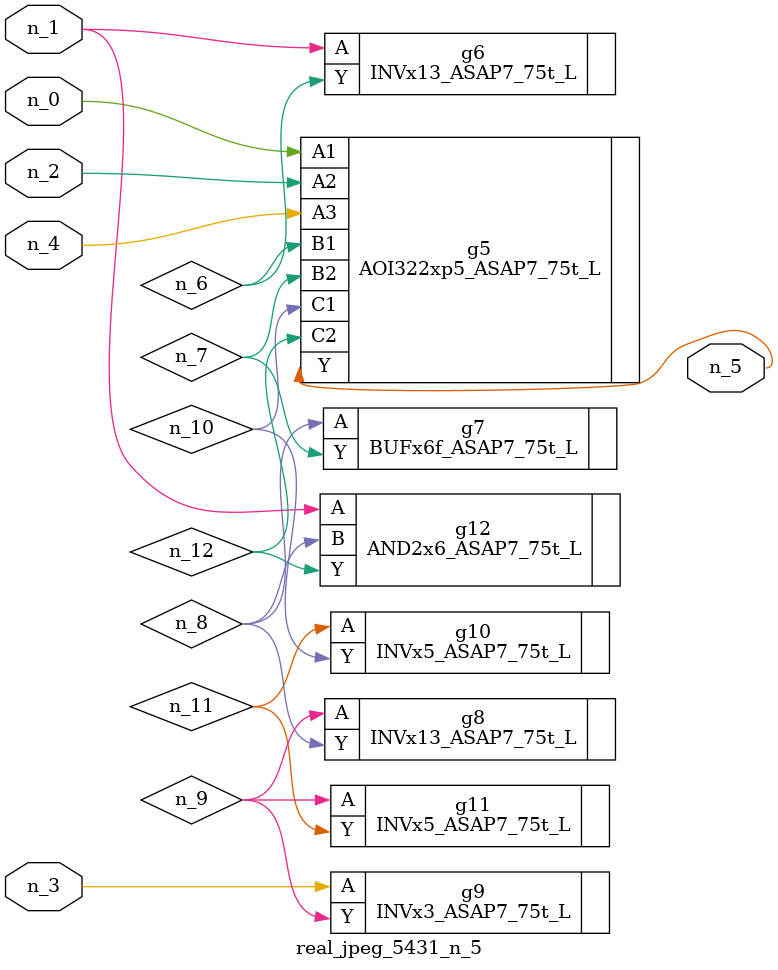
<source format=v>
module real_jpeg_5431_n_5 (n_4, n_0, n_1, n_2, n_3, n_5);

input n_4;
input n_0;
input n_1;
input n_2;
input n_3;

output n_5;

wire n_12;
wire n_8;
wire n_11;
wire n_6;
wire n_7;
wire n_10;
wire n_9;

AOI322xp5_ASAP7_75t_L g5 ( 
.A1(n_0),
.A2(n_2),
.A3(n_4),
.B1(n_6),
.B2(n_7),
.C1(n_10),
.C2(n_12),
.Y(n_5)
);

INVx13_ASAP7_75t_L g6 ( 
.A(n_1),
.Y(n_6)
);

AND2x6_ASAP7_75t_L g12 ( 
.A(n_1),
.B(n_8),
.Y(n_12)
);

INVx3_ASAP7_75t_L g9 ( 
.A(n_3),
.Y(n_9)
);

BUFx6f_ASAP7_75t_L g7 ( 
.A(n_8),
.Y(n_7)
);

INVx13_ASAP7_75t_L g8 ( 
.A(n_9),
.Y(n_8)
);

INVx5_ASAP7_75t_L g11 ( 
.A(n_9),
.Y(n_11)
);

INVx5_ASAP7_75t_L g10 ( 
.A(n_11),
.Y(n_10)
);


endmodule
</source>
